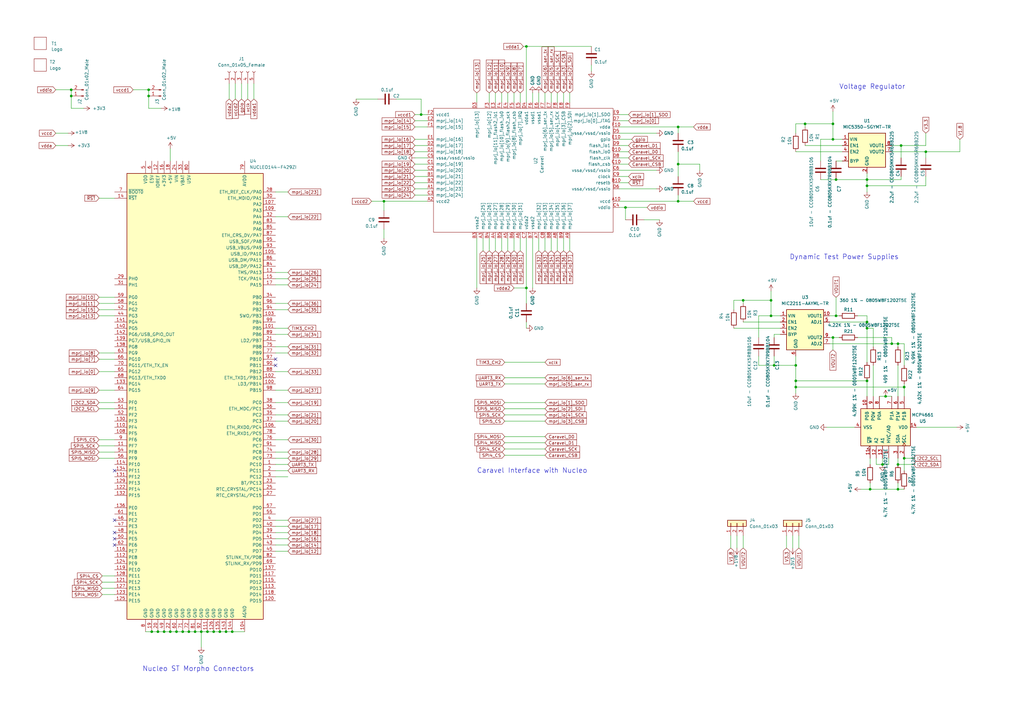
<source format=kicad_sch>
(kicad_sch (version 20211123) (generator eeschema)
  (paper "A3")
  (junction (at 95.25 259.08))
  (junction (at 172.72 46.99))
  (junction (at 355.6 76.2))
  (junction (at 72.39 259.08))
  (junction (at 60.96 39.37))
  (junction (at 368.3 140.97))
  (junction (at 215.9 19.05))
  (junction (at 330.2 50.8))
  (junction (at 64.77 259.08))
  (junction (at 342.9 73.66))
  (junction (at 326.39 156.21))
  (junction (at 355.6 134.62))
  (junction (at 29.21 36.83))
  (junction (at 278.13 52.07))
  (junction (at 370.84 187.96))
  (junction (at 341.63 50.8))
  (junction (at 363.22 162.56))
  (junction (at 317.5 149.86))
  (junction (at 379.73 62.23))
  (junction (at 370.84 158.75))
  (junction (at 77.47 259.08))
  (junction (at 278.13 67.31))
  (junction (at 278.13 82.55))
  (junction (at 355.6 73.66))
  (junction (at 90.17 259.08))
  (junction (at 80.01 259.08))
  (junction (at 326.39 149.86))
  (junction (at 341.63 57.15))
  (junction (at 67.31 259.08))
  (junction (at 256.54 85.09))
  (junction (at 342.9 129.54))
  (junction (at 341.63 138.43))
  (junction (at 29.21 39.37))
  (junction (at 69.85 259.08))
  (junction (at 355.6 132.08))
  (junction (at 316.23 123.19))
  (junction (at 316.23 129.54))
  (junction (at 369.57 59.69))
  (junction (at 361.95 190.5))
  (junction (at 368.3 190.5))
  (junction (at 355.6 156.21))
  (junction (at 304.8 123.19))
  (junction (at 74.93 259.08))
  (junction (at 157.48 82.55))
  (junction (at 215.9 118.11))
  (junction (at 60.96 36.83))
  (junction (at 85.09 259.08))
  (junction (at 326.39 158.75))
  (junction (at 62.23 259.08))
  (junction (at 368.3 200.66))
  (junction (at 87.63 259.08))
  (junction (at 82.55 259.08))
  (junction (at 356.87 200.66))
  (junction (at 92.71 259.08))
  (junction (at 365.76 140.97))
  (no_connect (at 46.99 223.52))
  (no_connect (at 113.03 147.32))
  (no_connect (at 46.99 213.36))
  (no_connect (at 46.99 193.04))
  (no_connect (at 46.99 220.98))
  (no_connect (at 113.03 149.86))
  (no_connect (at 46.99 218.44))
  (wire (pts (xy 41.91 243.84) (xy 46.99 243.84)))
  (wire (pts (xy 257.81 72.39) (xy 254 72.39)))
  (wire (pts (xy 207.01 181.61) (xy 223.52 181.61)))
  (wire (pts (xy 379.73 62.23) (xy 379.73 64.77)))
  (wire (pts (xy 96.52 34.29) (xy 96.52 40.64)))
  (wire (pts (xy 304.8 123.19) (xy 316.23 123.19)))
  (wire (pts (xy 170.18 46.99) (xy 172.72 46.99)))
  (wire (pts (xy 113.03 195.58) (xy 118.11 195.58)))
  (wire (pts (xy 257.81 74.93) (xy 254 74.93)))
  (wire (pts (xy 356.87 198.12) (xy 356.87 200.66)))
  (wire (pts (xy 330.2 50.8) (xy 330.2 52.07)))
  (wire (pts (xy 278.13 82.55) (xy 254 82.55)))
  (wire (pts (xy 368.3 190.5) (xy 374.65 190.5)))
  (wire (pts (xy 355.6 73.66) (xy 355.6 76.2)))
  (wire (pts (xy 257.81 64.77) (xy 254 64.77)))
  (wire (pts (xy 40.64 124.46) (xy 46.99 124.46)))
  (wire (pts (xy 207.01 186.69) (xy 223.52 186.69)))
  (wire (pts (xy 300.99 134.62) (xy 320.04 134.62)))
  (wire (pts (xy 207.01 148.59) (xy 223.52 148.59)))
  (wire (pts (xy 355.6 132.08) (xy 355.6 134.62)))
  (wire (pts (xy 311.15 129.54) (xy 316.23 129.54)))
  (wire (pts (xy 113.03 114.3) (xy 118.11 114.3)))
  (wire (pts (xy 113.03 144.78) (xy 118.11 144.78)))
  (wire (pts (xy 350.52 175.26) (xy 339.09 175.26)))
  (wire (pts (xy 62.23 259.08) (xy 64.77 259.08)))
  (wire (pts (xy 72.39 259.08) (xy 74.93 259.08)))
  (wire (pts (xy 228.6 38.1) (xy 228.6 41.91)))
  (wire (pts (xy 302.26 219.71) (xy 302.26 224.79)))
  (wire (pts (xy 175.26 57.15) (xy 170.18 57.15)))
  (wire (pts (xy 113.03 223.52) (xy 118.11 223.52)))
  (wire (pts (xy 113.03 193.04) (xy 118.11 193.04)))
  (wire (pts (xy 325.12 219.71) (xy 325.12 224.79)))
  (wire (pts (xy 101.6 40.64) (xy 101.6 34.29)))
  (wire (pts (xy 284.48 52.07) (xy 278.13 52.07)))
  (wire (pts (xy 95.25 259.08) (xy 100.33 259.08)))
  (wire (pts (xy 223.52 170.18) (xy 207.01 170.18)))
  (wire (pts (xy 215.9 19.05) (xy 214.63 19.05)))
  (wire (pts (xy 355.6 76.2) (xy 355.6 78.74)))
  (wire (pts (xy 368.3 200.66) (xy 370.84 200.66)))
  (wire (pts (xy 205.74 102.87) (xy 205.74 97.79)))
  (wire (pts (xy 256.54 85.09) (xy 256.54 90.17)))
  (wire (pts (xy 40.64 121.92) (xy 46.99 121.92)))
  (wire (pts (xy 218.44 118.11) (xy 218.44 97.79)))
  (wire (pts (xy 90.17 259.08) (xy 92.71 259.08)))
  (wire (pts (xy 215.9 19.05) (xy 215.9 41.91)))
  (wire (pts (xy 379.73 72.39) (xy 379.73 76.2)))
  (wire (pts (xy 358.14 134.62) (xy 358.14 142.24)))
  (wire (pts (xy 370.84 187.96) (xy 374.65 187.96)))
  (wire (pts (xy 311.15 149.86) (xy 317.5 149.86)))
  (wire (pts (xy 257.81 49.53) (xy 254 49.53)))
  (wire (pts (xy 175.26 59.69) (xy 170.18 59.69)))
  (wire (pts (xy 40.64 185.42) (xy 46.99 185.42)))
  (wire (pts (xy 369.57 59.69) (xy 369.57 64.77)))
  (wire (pts (xy 175.26 67.31) (xy 170.18 67.31)))
  (wire (pts (xy 361.95 190.5) (xy 364.49 190.5)))
  (wire (pts (xy 200.66 102.87) (xy 200.66 97.79)))
  (wire (pts (xy 233.68 41.91) (xy 233.68 38.1)))
  (wire (pts (xy 157.48 82.55) (xy 157.48 86.36)))
  (wire (pts (xy 220.98 102.87) (xy 220.98 97.79)))
  (wire (pts (xy 113.03 127) (xy 118.11 127)))
  (wire (pts (xy 342.9 73.66) (xy 355.6 73.66)))
  (wire (pts (xy 113.03 215.9) (xy 118.11 215.9)))
  (wire (pts (xy 360.68 162.56) (xy 363.22 162.56)))
  (wire (pts (xy 215.9 19.05) (xy 242.57 19.05)))
  (wire (pts (xy 207.01 167.64) (xy 223.52 167.64)))
  (wire (pts (xy 257.81 46.99) (xy 254 46.99)))
  (wire (pts (xy 215.9 118.11) (xy 215.9 97.79)))
  (wire (pts (xy 231.14 102.87) (xy 231.14 97.79)))
  (wire (pts (xy 369.57 59.69) (xy 379.73 59.69)))
  (wire (pts (xy 342.9 129.54) (xy 344.17 129.54)))
  (wire (pts (xy 361.95 187.96) (xy 361.95 190.5)))
  (wire (pts (xy 365.76 138.43) (xy 365.76 140.97)))
  (wire (pts (xy 22.86 54.61) (xy 27.94 54.61)))
  (wire (pts (xy 278.13 67.31) (xy 278.13 72.39)))
  (wire (pts (xy 370.84 187.96) (xy 370.84 193.04)))
  (wire (pts (xy 355.6 129.54) (xy 351.79 129.54)))
  (wire (pts (xy 327.66 219.71) (xy 327.66 224.79)))
  (wire (pts (xy 242.57 29.21) (xy 242.57 26.67)))
  (wire (pts (xy 256.54 85.09) (xy 254 85.09)))
  (wire (pts (xy 231.14 38.1) (xy 231.14 41.91)))
  (wire (pts (xy 80.01 259.08) (xy 82.55 259.08)))
  (wire (pts (xy 299.72 219.71) (xy 299.72 224.79)))
  (wire (pts (xy 304.8 219.71) (xy 304.8 224.79)))
  (wire (pts (xy 326.39 62.23) (xy 345.44 62.23)))
  (wire (pts (xy 341.63 57.15) (xy 345.44 57.15)))
  (wire (pts (xy 355.6 132.08) (xy 340.36 132.08)))
  (wire (pts (xy 175.26 69.85) (xy 170.18 69.85)))
  (wire (pts (xy 355.6 156.21) (xy 355.6 162.56)))
  (wire (pts (xy 40.64 81.28) (xy 46.99 81.28)))
  (wire (pts (xy 336.55 66.04) (xy 336.55 57.15)))
  (wire (pts (xy 326.39 156.21) (xy 355.6 156.21)))
  (wire (pts (xy 175.26 80.01) (xy 170.18 80.01)))
  (wire (pts (xy 215.9 124.46) (xy 215.9 118.11)))
  (wire (pts (xy 113.03 160.02) (xy 118.11 160.02)))
  (wire (pts (xy 113.03 116.84) (xy 118.11 116.84)))
  (wire (pts (xy 330.2 50.8) (xy 341.63 50.8)))
  (wire (pts (xy 113.03 220.98) (xy 118.11 220.98)))
  (wire (pts (xy 358.14 149.86) (xy 358.14 162.56)))
  (wire (pts (xy 210.82 102.87) (xy 210.82 97.79)))
  (wire (pts (xy 322.58 219.71) (xy 322.58 224.79)))
  (wire (pts (xy 175.26 72.39) (xy 170.18 72.39)))
  (wire (pts (xy 113.03 152.4) (xy 118.11 152.4)))
  (wire (pts (xy 92.71 259.08) (xy 95.25 259.08)))
  (wire (pts (xy 304.8 132.08) (xy 320.04 132.08)))
  (wire (pts (xy 113.03 137.16) (xy 118.11 137.16)))
  (wire (pts (xy 29.21 44.45) (xy 34.29 44.45)))
  (wire (pts (xy 41.91 236.22) (xy 46.99 236.22)))
  (wire (pts (xy 269.24 69.85) (xy 254 69.85)))
  (wire (pts (xy 223.52 38.1) (xy 223.52 41.91)))
  (wire (pts (xy 82.55 259.08) (xy 82.55 265.43)))
  (wire (pts (xy 113.03 172.72) (xy 118.11 172.72)))
  (wire (pts (xy 269.24 77.47) (xy 254 77.47)))
  (wire (pts (xy 353.06 200.66) (xy 356.87 200.66)))
  (wire (pts (xy 40.64 165.1) (xy 46.99 165.1)))
  (wire (pts (xy 113.03 124.46) (xy 118.11 124.46)))
  (wire (pts (xy 359.41 190.5) (xy 361.95 190.5)))
  (wire (pts (xy 316.23 129.54) (xy 320.04 129.54)))
  (wire (pts (xy 40.64 129.54) (xy 46.99 129.54)))
  (wire (pts (xy 326.39 156.21) (xy 326.39 158.75)))
  (wire (pts (xy 113.03 165.1) (xy 118.11 165.1)))
  (wire (pts (xy 157.48 93.98) (xy 157.48 97.79)))
  (wire (pts (xy 175.26 49.53) (xy 170.18 49.53)))
  (wire (pts (xy 363.22 162.56) (xy 365.76 162.56)))
  (wire (pts (xy 170.18 52.07) (xy 175.26 52.07)))
  (wire (pts (xy 326.39 50.8) (xy 326.39 54.61)))
  (wire (pts (xy 85.09 259.08) (xy 87.63 259.08)))
  (wire (pts (xy 175.26 62.23) (xy 170.18 62.23)))
  (wire (pts (xy 203.2 102.87) (xy 203.2 97.79)))
  (wire (pts (xy 342.9 66.04) (xy 345.44 66.04)))
  (wire (pts (xy 355.6 134.62) (xy 358.14 134.62)))
  (wire (pts (xy 342.9 121.92) (xy 342.9 129.54)))
  (wire (pts (xy 104.14 40.64) (xy 104.14 34.29)))
  (wire (pts (xy 207.01 157.48) (xy 223.52 157.48)))
  (wire (pts (xy 77.47 259.08) (xy 80.01 259.08)))
  (wire (pts (xy 170.18 64.77) (xy 175.26 64.77)))
  (wire (pts (xy 74.93 259.08) (xy 77.47 259.08)))
  (wire (pts (xy 317.5 137.16) (xy 320.04 137.16)))
  (wire (pts (xy 210.82 38.1) (xy 210.82 41.91)))
  (wire (pts (xy 316.23 123.19) (xy 316.23 129.54)))
  (wire (pts (xy 278.13 62.23) (xy 278.13 67.31)))
  (wire (pts (xy 341.63 138.43) (xy 344.17 138.43)))
  (wire (pts (xy 113.03 134.62) (xy 118.11 134.62)))
  (wire (pts (xy 157.48 82.55) (xy 152.4 82.55)))
  (wire (pts (xy 326.39 158.75) (xy 370.84 158.75)))
  (wire (pts (xy 257.81 62.23) (xy 254 62.23)))
  (wire (pts (xy 113.03 170.18) (xy 118.11 170.18)))
  (wire (pts (xy 64.77 259.08) (xy 67.31 259.08)))
  (wire (pts (xy 113.03 213.36) (xy 118.11 213.36)))
  (wire (pts (xy 146.05 40.64) (xy 154.94 40.64)))
  (wire (pts (xy 113.03 190.5) (xy 118.11 190.5)))
  (wire (pts (xy 269.24 54.61) (xy 254 54.61)))
  (wire (pts (xy 316.23 123.19) (xy 316.23 119.38)))
  (wire (pts (xy 311.15 146.05) (xy 311.15 149.86)))
  (wire (pts (xy 54.61 36.83) (xy 60.96 36.83)))
  (wire (pts (xy 336.55 73.66) (xy 342.9 73.66)))
  (wire (pts (xy 300.99 123.19) (xy 304.8 123.19)))
  (wire (pts (xy 257.81 67.31) (xy 254 67.31)))
  (wire (pts (xy 341.63 50.8) (xy 341.63 45.72)))
  (wire (pts (xy 93.98 34.29) (xy 93.98 40.64)))
  (wire (pts (xy 368.3 149.86) (xy 368.3 162.56)))
  (wire (pts (xy 278.13 67.31) (xy 287.02 67.31)))
  (wire (pts (xy 340.36 129.54) (xy 342.9 129.54)))
  (wire (pts (xy 113.03 78.74) (xy 118.11 78.74)))
  (wire (pts (xy 207.01 179.07) (xy 223.52 179.07)))
  (wire (pts (xy 207.01 165.1) (xy 223.52 165.1)))
  (wire (pts (xy 355.6 134.62) (xy 355.6 148.59)))
  (wire (pts (xy 254 52.07) (xy 278.13 52.07)))
  (wire (pts (xy 220.98 38.1) (xy 220.98 41.91)))
  (wire (pts (xy 317.5 149.86) (xy 326.39 149.86)))
  (wire (pts (xy 172.72 40.64) (xy 162.56 40.64)))
  (wire (pts (xy 356.87 187.96) (xy 356.87 190.5)))
  (wire (pts (xy 340.36 140.97) (xy 365.76 140.97)))
  (wire (pts (xy 40.64 187.96) (xy 46.99 187.96)))
  (wire (pts (xy 157.48 82.55) (xy 175.26 82.55)))
  (wire (pts (xy 270.51 90.17) (xy 264.16 90.17)))
  (wire (pts (xy 330.2 59.69) (xy 345.44 59.69)))
  (wire (pts (xy 213.36 38.1) (xy 213.36 41.91)))
  (wire (pts (xy 203.2 38.1) (xy 203.2 41.91)))
  (wire (pts (xy 341.63 50.8) (xy 341.63 57.15)))
  (wire (pts (xy 304.8 123.19) (xy 304.8 124.46)))
  (wire (pts (xy 359.41 187.96) (xy 359.41 190.5)))
  (wire (pts (xy 326.39 149.86) (xy 326.39 146.05)))
  (wire (pts (xy 226.06 102.87) (xy 226.06 97.79)))
  (wire (pts (xy 67.31 259.08) (xy 69.85 259.08)))
  (wire (pts (xy 40.64 180.34) (xy 46.99 180.34)))
  (wire (pts (xy 223.52 102.87) (xy 223.52 97.79)))
  (wire (pts (xy 40.64 127) (xy 46.99 127)))
  (wire (pts (xy 113.03 218.44) (xy 118.11 218.44)))
  (wire (pts (xy 172.72 46.99) (xy 172.72 40.64)))
  (wire (pts (xy 208.28 102.87) (xy 208.28 97.79)))
  (wire (pts (xy 40.64 182.88) (xy 46.99 182.88)))
  (wire (pts (xy 208.28 38.1) (xy 208.28 41.91)))
  (wire (pts (xy 365.76 62.23) (xy 379.73 62.23)))
  (wire (pts (xy 172.72 46.99) (xy 175.26 46.99)))
  (wire (pts (xy 22.86 59.69) (xy 27.94 59.69)))
  (wire (pts (xy 375.92 175.26) (xy 392.43 175.26)))
  (wire (pts (xy 365.76 59.69) (xy 369.57 59.69)))
  (wire (pts (xy 41.91 241.3) (xy 46.99 241.3)))
  (wire (pts (xy 205.74 38.1) (xy 205.74 41.91)))
  (wire (pts (xy 364.49 187.96) (xy 364.49 190.5)))
  (wire (pts (xy 370.84 158.75) (xy 370.84 162.56)))
  (wire (pts (xy 355.6 71.12) (xy 355.6 73.66)))
  (wire (pts (xy 287.02 67.31) (xy 287.02 69.85)))
  (wire (pts (xy 40.64 144.78) (xy 46.99 144.78)))
  (wire (pts (xy 40.64 160.02) (xy 46.99 160.02)))
  (wire (pts (xy 113.03 187.96) (xy 118.11 187.96)))
  (wire (pts (xy 379.73 76.2) (xy 355.6 76.2)))
  (wire (pts (xy 284.48 82.55) (xy 278.13 82.55)))
  (wire (pts (xy 60.96 39.37) (xy 60.96 44.45)))
  (wire (pts (xy 60.96 36.83) (xy 60.96 39.37)))
  (wire (pts (xy 356.87 200.66) (xy 368.3 200.66)))
  (wire (pts (xy 175.26 74.93) (xy 170.18 74.93)))
  (wire (pts (xy 379.73 62.23) (xy 393.7 62.23)))
  (wire (pts (xy 29.21 39.37) (xy 29.21 44.45)))
  (wire (pts (xy 369.57 73.66) (xy 355.6 73.66)))
  (wire (pts (xy 195.58 118.11) (xy 195.58 97.79)))
  (wire (pts (xy 370.84 149.86) (xy 370.84 140.97)))
  (wire (pts (xy 336.55 57.15) (xy 341.63 57.15)))
  (wire (pts (xy 59.69 259.08) (xy 62.23 259.08)))
  (wire (pts (xy 99.06 40.64) (xy 99.06 34.29)))
  (wire (pts (xy 326.39 158.75) (xy 326.39 161.29)))
  (wire (pts (xy 341.63 138.43) (xy 341.63 143.51)))
  (wire (pts (xy 257.81 59.69) (xy 254 59.69)))
  (wire (pts (xy 233.68 102.87) (xy 233.68 97.79)))
  (wire (pts (xy 175.26 77.47) (xy 170.18 77.47)))
  (wire (pts (xy 22.86 36.83) (xy 29.21 36.83)))
  (wire (pts (xy 355.6 129.54) (xy 355.6 132.08)))
  (wire (pts (xy 311.15 138.43) (xy 311.15 129.54)))
  (wire (pts (xy 113.03 142.24) (xy 118.11 142.24)))
  (wire (pts (xy 317.5 146.05) (xy 317.5 149.86)))
  (wire (pts (xy 69.85 66.04) (xy 69.85 60.96)))
  (wire (pts (xy 215.9 118.11) (xy 210.82 118.11)))
  (wire (pts (xy 256.54 85.09) (xy 265.43 85.09)))
  (wire (pts (xy 370.84 157.48) (xy 370.84 158.75)))
  (wire (pts (xy 87.63 259.08) (xy 90.17 259.08)))
  (wire (pts (xy 69.85 259.08) (xy 72.39 259.08)))
  (wire (pts (xy 215.9 132.08) (xy 215.9 134.62)))
  (wire (pts (xy 226.06 38.1) (xy 226.06 41.91)))
  (wire (pts (xy 300.99 123.19) (xy 300.99 127)))
  (wire (pts (xy 195.58 38.1) (xy 195.58 41.91)))
  (wire (pts (xy 326.39 149.86) (xy 326.39 156.21)))
  (wire (pts (xy 218.44 41.91) (xy 218.44 38.1)))
  (wire (pts (xy 41.91 238.76) (xy 46.99 238.76)))
  (wire (pts (xy 60.96 44.45) (xy 66.04 44.45)))
  (wire (pts (xy 113.03 185.42) (xy 118.11 185.42)))
  (wire (pts (xy 259.08 57.15) (xy 254 57.15)))
  (wire (pts (xy 379.73 54.61) (xy 379.73 59.69)))
  (wire (pts (xy 368.3 187.96) (xy 368.3 190.5)))
  (wire (pts (xy 29.21 36.83) (xy 29.21 39.37)))
  (wire (pts (xy 40.64 152.4) (xy 46.99 152.4)))
  (wire (pts (xy 368.3 198.12) (xy 368.3 200.66)))
  (wire (pts (xy 113.03 226.06) (xy 118.11 226.06)))
  (wire (pts (xy 82.55 259.08) (xy 85.09 259.08)))
  (wire (pts (xy 228.6 102.87) (xy 228.6 97.79)))
  (wire (pts (xy 213.36 102.87) (xy 213.36 97.79)))
  (wire (pts (xy 351.79 138.43) (xy 365.76 138.43)))
  (wire (pts (xy 113.03 88.9) (xy 118.11 88.9)))
  (wire (pts (xy 393.7 57.15) (xy 393.7 62.23)))
  (wire (pts (xy 368.3 140.97) (xy 368.3 142.24)))
  (wire (pts (xy 340.36 138.43) (xy 341.63 138.43)))
  (wire (pts (xy 200.66 38.1) (xy 200.66 41.91)))
  (wire (pts (xy 207.01 172.72) (xy 223.52 172.72)))
  (wire (pts (xy 113.03 180.34) (xy 118.11 180.34)))
  (wire (pts (xy 326.39 50.8) (xy 330.2 50.8)))
  (wire (pts (xy 223.52 184.15) (xy 207.01 184.15)))
  (wire (pts (xy 317.5 137.16) (xy 317.5 138.43)))
  (wire (pts (xy 198.12 102.87) (xy 198.12 97.79)))
  (wire (pts (xy 278.13 52.07) (xy 278.13 54.61)))
  (wire (pts (xy 368.3 140.97) (xy 370.84 140.97)))
  (wire (pts (xy 365.76 140.97) (xy 368.3 140.97)))
  (wire (pts (xy 369.57 72.39) (xy 369.57 73.66)))
  (wire (pts (xy 40.64 167.64) (xy 46.99 167.64)))
  (wire (pts (xy 278.13 80.01) (xy 278.13 82.55)))
  (wire (pts (xy 40.64 147.32) (xy 46.99 147.32)))
  (wire (pts (xy 207.01 154.94) (xy 223.52 154.94)))
  (wire (pts (xy 113.03 111.76) (xy 118.11 111.76)))
  (text "Caravel Interface with Nucleo" (at 195.58 194.31 0) (effects (font (size 2 2)) (justify left bottom)))
  (text "Dynamic Test Power Supplies" (at 323.85 106.68 0) (effects (font (size 2 2)) (justify left bottom)))
  (text "Voltage Regulator" (at 344.17 36.83 0) (effects (font (size 2 2)) (justify left bottom)))
  (text "Nucleo ST Morpho Connectors" (at 58.42 275.59 0) (effects (font (size 2 2)) (justify left bottom)))
  (global_label "mprj_io[30]" (shape input) (at 210.82 102.87 270) (property "Intersheet References" "${INTERSHEET_REFS}" (effects hide)))
  (global_label "mprj_io[5]_ser_rx" (shape input) (at 226.06 38.1 90) (property "Intersheet References" "${INTERSHEET_REFS}" (effects hide)))
  (global_label "vddio" (shape input) (at 22.86 36.83 180) (property "Intersheet References" "${INTERSHEET_REFS}" (effects hide)))
  (global_label "mprj_io[37]" (shape input) (at 118.11 160.02 0) (property "Intersheet References" "${INTERSHEET_REFS}" (effects hide)))
  (global_label "mprj_io[4]_SCK" (shape input) (at 228.6 38.1 90) (property "Intersheet References" "${INTERSHEET_REFS}" (effects hide)))
  (global_label "vccd" (shape input) (at 284.48 82.55 0) (property "Intersheet References" "${INTERSHEET_REFS}" (effects hide)))
  (global_label "SPI4_SCK" (shape input) (at 207.01 184.15 180) (property "Intersheet References" "${INTERSHEET_REFS}" (effects hide)))
  (global_label "mprj_io[14]" (shape input) (at 118.11 223.52 0) (property "Intersheet References" "${INTERSHEET_REFS}" (effects hide)))
  (global_label "mprj_io[6]_ser_tx" (shape input) (at 223.52 38.1 90) (property "Intersheet References" "${INTERSHEET_REFS}" (effects hide)))
  (global_label "mprj_io[23]" (shape input) (at 118.11 78.74 0) (property "Intersheet References" "${INTERSHEET_REFS}" (effects hide)))
  (global_label "vdda1" (shape input) (at 104.14 40.64 270) (property "Intersheet References" "${INTERSHEET_REFS}" (effects hide)))
  (global_label "I2C2_SCL" (shape input) (at 40.64 167.64 180) (property "Intersheet References" "${INTERSHEET_REFS}" (effects hide)))
  (global_label "SPI4_MISO" (shape input) (at 207.01 181.61 180) (property "Intersheet References" "${INTERSHEET_REFS}" (effects hide)))
  (global_label "mprj_io[14]" (shape input) (at 170.18 49.53 180) (property "Intersheet References" "${INTERSHEET_REFS}" (effects hide)))
  (global_label "vddio" (shape input) (at 265.43 85.09 0) (property "Intersheet References" "${INTERSHEET_REFS}" (effects hide)))
  (global_label "SPI4_SCK" (shape input) (at 41.91 238.76 180) (property "Intersheet References" "${INTERSHEET_REFS}" (effects hide)))
  (global_label "mprj_io[24]" (shape input) (at 118.11 116.84 0) (property "Intersheet References" "${INTERSHEET_REFS}" (effects hide)))
  (global_label "mprj_io[9]" (shape input) (at 208.28 38.1 90) (property "Intersheet References" "${INTERSHEET_REFS}" (effects hide)))
  (global_label "gpio" (shape input) (at 99.06 40.64 270) (property "Intersheet References" "${INTERSHEET_REFS}" (effects hide)))
  (global_label "mprj_io[0]" (shape input) (at 257.81 49.53 0) (property "Intersheet References" "${INTERSHEET_REFS}" (effects hide)))
  (global_label "mprj_io[1]_SDO" (shape input) (at 257.81 46.99 0) (property "Intersheet References" "${INTERSHEET_REFS}" (effects hide)))
  (global_label "mprj_io[32]" (shape input) (at 118.11 144.78 0) (property "Intersheet References" "${INTERSHEET_REFS}" (effects hide)))
  (global_label "mprj_io[8]" (shape input) (at 40.64 144.78 180) (property "Intersheet References" "${INTERSHEET_REFS}" (effects hide)))
  (global_label "SPI5_MOSI" (shape input) (at 40.64 187.96 180) (property "Intersheet References" "${INTERSHEET_REFS}" (effects hide)))
  (global_label "mprj_io[22]" (shape input) (at 118.11 88.9 0) (property "Intersheet References" "${INTERSHEET_REFS}" (effects hide)))
  (global_label "V1.8" (shape input) (at 393.7 57.15 90) (property "Intersheet References" "${INTERSHEET_REFS}" (effects hide)))
  (global_label "mprj_io[3]_CSB" (shape input) (at 223.52 172.72 0) (property "Intersheet References" "${INTERSHEET_REFS}" (effects hide)))
  (global_label "mprj_io[7]" (shape input) (at 40.64 147.32 180) (property "Intersheet References" "${INTERSHEET_REFS}" (effects hide)))
  (global_label "vccd" (shape input) (at 22.86 54.61 180) (property "Intersheet References" "${INTERSHEET_REFS}" (effects hide)))
  (global_label "mprj_io[29]" (shape input) (at 118.11 187.96 0) (property "Intersheet References" "${INTERSHEET_REFS}" (effects hide)))
  (global_label "Caravel_D1" (shape input) (at 223.52 181.61 0) (property "Intersheet References" "${INTERSHEET_REFS}" (effects hide)))
  (global_label "mprj_io[22]" (shape input) (at 170.18 74.93 180) (property "Intersheet References" "${INTERSHEET_REFS}" (effects hide)))
  (global_label "mprj_io[16]" (shape input) (at 118.11 220.98 0) (property "Intersheet References" "${INTERSHEET_REFS}" (effects hide)))
  (global_label "mprj_io[0]" (shape input) (at 40.64 152.4 180) (property "Intersheet References" "${INTERSHEET_REFS}" (effects hide)))
  (global_label "mprj_io[29]" (shape input) (at 208.28 102.87 270) (property "Intersheet References" "${INTERSHEET_REFS}" (effects hide)))
  (global_label "mprj_io[9]" (shape input) (at 40.64 160.02 180) (property "Intersheet References" "${INTERSHEET_REFS}" (effects hide)))
  (global_label "mprj_io[13]" (shape input) (at 40.64 129.54 180) (property "Intersheet References" "${INTERSHEET_REFS}" (effects hide)))
  (global_label "mprj_io[10]" (shape input) (at 40.64 121.92 180) (property "Intersheet References" "${INTERSHEET_REFS}" (effects hide)))
  (global_label "mprj_io[27]" (shape input) (at 203.2 102.87 270) (property "Intersheet References" "${INTERSHEET_REFS}" (effects hide)))
  (global_label "vdda" (shape input) (at 284.48 52.07 0) (property "Intersheet References" "${INTERSHEET_REFS}" (effects hide)))
  (global_label "mprj_io[36]" (shape input) (at 231.14 102.87 270) (property "Intersheet References" "${INTERSHEET_REFS}" (effects hide)))
  (global_label "SPI4_CS" (shape input) (at 207.01 186.69 180) (property "Intersheet References" "${INTERSHEET_REFS}" (effects hide)))
  (global_label "vccd2" (shape input) (at 96.52 40.64 270) (property "Intersheet References" "${INTERSHEET_REFS}" (effects hide)))
  (global_label "SPI4_MOSI" (shape input) (at 41.91 243.84 180) (property "Intersheet References" "${INTERSHEET_REFS}" (effects hide)))
  (global_label "mprj_io[12]" (shape input) (at 200.66 38.1 90) (property "Intersheet References" "${INTERSHEET_REFS}" (effects hide)))
  (global_label "Caravel_CSB" (shape input) (at 223.52 186.69 0) (property "Intersheet References" "${INTERSHEET_REFS}" (effects hide)))
  (global_label "vdda" (shape input) (at 22.86 59.69 180) (property "Intersheet References" "${INTERSHEET_REFS}" (effects hide)))
  (global_label "V3.3" (shape input) (at 379.73 54.61 90) (property "Intersheet References" "${INTERSHEET_REFS}" (effects hide)))
  (global_label "vccd1" (shape input) (at 54.61 36.83 180) (property "Intersheet References" "${INTERSHEET_REFS}" (effects hide)))
  (global_label "mprj_io[21]" (shape input) (at 170.18 72.39 180) (property "Intersheet References" "${INTERSHEET_REFS}" (effects hide)))
  (global_label "mprj_io[24]" (shape input) (at 170.18 80.01 180) (property "Intersheet References" "${INTERSHEET_REFS}" (effects hide)))
  (global_label "mprj_io[11]" (shape input) (at 40.64 124.46 180) (property "Intersheet References" "${INTERSHEET_REFS}" (effects hide)))
  (global_label "mprj_io[6]_ser_tx" (shape input) (at 223.52 154.94 0) (property "Intersheet References" "${INTERSHEET_REFS}" (effects hide)))
  (global_label "mprj_io[5]_ser_rx" (shape input) (at 223.52 157.48 0) (property "Intersheet References" "${INTERSHEET_REFS}" (effects hide)))
  (global_label "vdda1" (shape input) (at 214.63 19.05 180) (property "Intersheet References" "${INTERSHEET_REFS}" (effects hide)))
  (global_label "~{RST}" (shape input) (at 40.64 81.28 180) (property "Intersheet References" "${INTERSHEET_REFS}" (effects hide)))
  (global_label "V3.3" (shape input) (at 322.58 224.79 270) (property "Intersheet References" "${INTERSHEET_REFS}" (effects hide)))
  (global_label "mprj_io[31]" (shape input) (at 118.11 142.24 0) (property "Intersheet References" "${INTERSHEET_REFS}" (effects hide)))
  (global_label "gpio" (shape input) (at 259.08 57.15 0) (property "Intersheet References" "${INTERSHEET_REFS}" (effects hide)))
  (global_label "VOUT1" (shape input) (at 342.9 121.92 90) (property "Intersheet References" "${INTERSHEET_REFS}" (effects hide)))
  (global_label "mprj_io[26]" (shape input) (at 118.11 111.76 0) (property "Intersheet References" "${INTERSHEET_REFS}" (effects hide)))
  (global_label "SPI5_CS" (shape input) (at 207.01 172.72 180) (property "Intersheet References" "${INTERSHEET_REFS}" (effects hide)))
  (global_label "mprj_io[11]" (shape input) (at 203.2 38.1 90) (property "Intersheet References" "${INTERSHEET_REFS}" (effects hide)))
  (global_label "TIM3_CH2" (shape input) (at 118.11 134.62 0) (property "Intersheet References" "${INTERSHEET_REFS}" (effects hide)))
  (global_label "UART3_RX" (shape input) (at 207.01 154.94 180) (property "Intersheet References" "${INTERSHEET_REFS}" (effects hide)))
  (global_label "mprj_io[10]" (shape input) (at 205.74 38.1 90) (property "Intersheet References" "${INTERSHEET_REFS}" (effects hide)))
  (global_label "Caravel_SCK" (shape input) (at 223.52 184.15 0) (property "Intersheet References" "${INTERSHEET_REFS}" (effects hide)))
  (global_label "SPI5_CS" (shape input) (at 40.64 180.34 180) (property "Intersheet References" "${INTERSHEET_REFS}" (effects hide)))
  (global_label "mprj_io[28]" (shape input) (at 118.11 185.42 0) (property "Intersheet References" "${INTERSHEET_REFS}" (effects hide)))
  (global_label "Caravel_D0" (shape input) (at 223.52 179.07 0) (property "Intersheet References" "${INTERSHEET_REFS}" (effects hide)))
  (global_label "V1.8" (shape input) (at 299.72 224.79 270) (property "Intersheet References" "${INTERSHEET_REFS}" (effects hide)))
  (global_label "mprj_io[31]" (shape input) (at 213.36 102.87 270) (property "Intersheet References" "${INTERSHEET_REFS}" (effects hide)))
  (global_label "SPI5_MOSI" (shape input) (at 207.01 165.1 180) (property "Intersheet References" "${INTERSHEET_REFS}" (effects hide)))
  (global_label "mprj_io[2]_SDI" (shape input) (at 233.68 38.1 90) (property "Intersheet References" "${INTERSHEET_REFS}" (effects hide)))
  (global_label "mprj_io[4]_SCK" (shape input) (at 223.52 170.18 0) (property "Intersheet References" "${INTERSHEET_REFS}" (effects hide)))
  (global_label "UART3_TX" (shape input) (at 207.01 157.48 180) (property "Intersheet References" "${INTERSHEET_REFS}" (effects hide)))
  (global_label "mprj_io[27]" (shape input) (at 118.11 213.36 0) (property "Intersheet References" "${INTERSHEET_REFS}" (effects hide)))
  (global_label "VOUT2" (shape input) (at 341.63 143.51 270) (property "Intersheet References" "${INTERSHEET_REFS}" (effects hide)))
  (global_label "mprj_io[25]" (shape input) (at 198.12 102.87 270) (property "Intersheet References" "${INTERSHEET_REFS}" (effects hide)))
  (global_label "SPI4_MOSI" (shape input) (at 207.01 179.07 180) (property "Intersheet References" "${INTERSHEET_REFS}" (effects hide)))
  (global_label "mprj_io[37]" (shape input) (at 233.68 102.87 270) (property "Intersheet References" "${INTERSHEET_REFS}" (effects hide)))
  (global_label "mprj_io[7]" (shape input) (at 213.36 38.1 90) (property "Intersheet References" "${INTERSHEET_REFS}" (effects hide)))
  (global_label "mprj_io[26]" (shape input) (at 200.66 102.87 270) (property "Intersheet References" "${INTERSHEET_REFS}" (effects hide)))
  (global_label "mprj_io[28]" (shape input) (at 205.74 102.87 270) (property "Intersheet References" "${INTERSHEET_REFS}" (effects hide)))
  (global_label "mprj_io[36]" (shape input) (at 118.11 124.46 0) (property "Intersheet References" "${INTERSHEET_REFS}" (effects hide)))
  (global_label "mprj_io[17]" (shape input) (at 170.18 59.69 180) (property "Intersheet References" "${INTERSHEET_REFS}" (effects hide)))
  (global_label "mprj_io[17]" (shape input) (at 118.11 215.9 0) (property "Intersheet References" "${INTERSHEET_REFS}" (effects hide)))
  (global_label "Caravel_SCK" (shape input) (at 257.81 64.77 0) (property "Intersheet References" "${INTERSHEET_REFS}" (effects hide)))
  (global_label "mprj_io[15]" (shape input) (at 170.18 52.07 180) (property "Intersheet References" "${INTERSHEET_REFS}" (effects hide)))
  (global_label "mprj_io[1]_SDO" (shape input) (at 223.52 165.1 0) (property "Intersheet References" "${INTERSHEET_REFS}" (effects hide)))
  (global_label "SPI5_SCK" (shape input) (at 40.64 182.88 180) (property "Intersheet References" "${INTERSHEET_REFS}" (effects hide)))
  (global_label "mprj_io[34]" (shape input) (at 118.11 137.16 0) (property "Intersheet References" "${INTERSHEET_REFS}" (effects hide)))
  (global_label "Caravel_D0" (shape input) (at 257.81 62.23 0) (property "Intersheet References" "${INTERSHEET_REFS}" (effects hide)))
  (global_label "xclk" (shape input) (at 101.6 40.64 270) (property "Intersheet References" "${INTERSHEET_REFS}" (effects hide)))
  (global_label "mprj_io[33]" (shape input) (at 118.11 152.4 0) (property "Intersheet References" "${INTERSHEET_REFS}" (effects hide)))
  (global_label "mprj_io[12]" (shape input) (at 118.11 226.06 0) (property "Intersheet References" "${INTERSHEET_REFS}" (effects hide)))
  (global_label "mprj_io[33]" (shape input) (at 223.52 102.87 270) (property "Intersheet References" "${INTERSHEET_REFS}" (effects hide)))
  (global_label "I2C2_SDA" (shape input) (at 374.65 190.5 0) (property "Intersheet References" "${INTERSHEET_REFS}" (effects hide)))
  (global_label "mprj_io[20]" (shape input) (at 170.18 69.85 180) (property "Intersheet References" "${INTERSHEET_REFS}" (effects hide)))
  (global_label "vccd1" (shape input) (at 170.18 46.99 180) (property "Intersheet References" "${INTERSHEET_REFS}" (effects hide)))
  (global_label "SPI5_MISO" (shape input) (at 40.64 185.42 180) (property "Intersheet References" "${INTERSHEET_REFS}" (effects hide)))
  (global_label "mprj_io[20]" (shape input) (at 118.11 172.72 0) (property "Intersheet References" "${INTERSHEET_REFS}" (effects hide)))
  (global_label "mprj_io[15]" (shape input) (at 40.64 127 180) (property "Intersheet References" "${INTERSHEET_REFS}" (effects hide)))
  (global_label "mprj_io[19]" (shape input) (at 118.11 165.1 0) (property "Intersheet References" "${INTERSHEET_REFS}" (effects hide)))
  (global_label "mprj_io[30]" (shape input) (at 118.11 180.34 0) (property "Intersheet References" "${INTERSHEET_REFS}" (effects hide)))
  (global_label "SPI4_CS" (shape input) (at 41.91 236.22 180) (property "Intersheet References" "${INTERSHEET_REFS}" (effects hide)))
  (global_label "mprj_io[25]" (shape input) (at 118.11 114.3 0) (property "Intersheet References" "${INTERSHEET_REFS}" (effects hide)))
  (global_label "Caravel_D1" (shape input) (at 257.81 59.69 0) (property "Intersheet References" "${INTERSHEET_REFS}" (effects hide)))
  (global_label "mprj_io[34]" (shape input) (at 226.06 102.87 270) (property "Intersheet References" "${INTERSHEET_REFS}" (effects hide)))
  (global_label "mprj_io[32]" (shape input) (at 220.98 102.87 270) (property "Intersheet References" "${INTERSHEET_REFS}" (effects hide)))
  (global_label "I2C2_SDA" (shape input) (at 40.64 165.1 180) (property "Intersheet References" "${INTERSHEET_REFS}" (effects hide)))
  (global_label "I2C2_SCL" (shape input) (at 374.65 187.96 0) (property "Intersheet References" "${INTERSHEET_REFS}" (effects hide)))
  (global_label "vccd2" (shape input) (at 152.4 82.55 180) (property "Intersheet References" "${INTERSHEET_REFS}" (effects hide)))
  (global_label "vdda2" (shape input) (at 93.98 40.64 270) (property "Intersheet References" "${INTERSHEET_REFS}" (effects hide)))
  (global_label "mprj_io[16]" (shape input) (at 170.18 57.15 180) (property "Intersheet References" "${INTERSHEET_REFS}" (effects hide)))
  (global_label "vdda2" (shape input) (at 210.82 118.11 180) (property "Intersheet References" "${INTERSHEET_REFS}" (effects hide)))
  (global_label "mprj_io[18]" (shape input) (at 170.18 62.23 180) (property "Intersheet References" "${INTERSHEET_REFS}" (effects hide)))
  (global_label "mprj_io[35]" (shape input) (at 118.11 127 0) (property "Intersheet References" "${INTERSHEET_REFS}" (effects hide)))
  (global_label "xclk" (shape input) (at 257.81 72.39 0) (property "Intersheet References" "${INTERSHEET_REFS}" (effects hide)))
  (global_label "mprj_io[2]_SDI" (shape input) (at 223.52 167.64 0) (property "Intersheet References" "${INTERSHEET_REFS}" (effects hide)))
  (global_label "mprj_io[35]" (shape input) (at 228.6 102.87 270) (property "Intersheet References" "${INTERSHEET_REFS}" (effects hide)))
  (global_label "mprj_io[3]_CSB" (shape input) (at 231.14 38.1 90) (property "Intersheet References" "${INTERSHEET_REFS}" (effects hide)))
  (global_label "mprj_io[8]" (shape input) (at 210.82 38.1 90) (property "Intersheet References" "${INTERSHEET_REFS}" (effects hide)))
  (global_label "VOUT2" (shape input) (at 304.8 224.79 270) (property "Intersheet References" "${INTERSHEET_REFS}" (effects hide)))
  (global_label "SPI5_SCK" (shape input) (at 207.01 170.18 180) (property "Intersheet References" "${INTERSHEET_REFS}" (effects hide)))
  (global_label "~{RST}" (shape input) (at 257.81 74.93 0) (property "Intersheet References" "${INTERSHEET_REFS}" (effects hide)))
  (global_label "TIM3_CH2" (shape input) (at 207.01 148.59 180) (property "Intersheet References" "${INTERSHEET_REFS}" (effects hide)))
  (global_label "mprj_io[21]" (shape input) (at 118.11 170.18 0) (property "Intersheet References" "${INTERSHEET_REFS}" (effects hide)))
  (global_label "mprj_io[23]" (shape input) (at 170.18 77.47 180) (property "Intersheet References" "${INTERSHEET_REFS}" (effects hide)))
  (global_label "UART3_RX" (shape input) (at 118.11 193.04 0) (property "Intersheet References" "${INTERSHEET_REFS}" (effects hide)))
  (global_label "SPI5_MISO" (shape input) (at 207.01 167.64 180) (property "Intersheet References" "${INTERSHEET_REFS}" (effects hide)))
  (global_label "mprj_io[19]" (shape input) (at 170.18 67.31 180) (property "Intersheet References" "${INTERSHEET_REFS}" (effects hide)))
  (global_label "mprj_io[13]" (shape input) (at 195.58 38.1 90) (property "Intersheet References" "${INTERSHEET_REFS}" (effects hide)))
  (global_label "xclk" (shape input) (at 223.52 148.59 0) (property "Intersheet References" "${INTERSHEET_REFS}" (effects hide)))
  (global_label "VOUT1" (shape input) (at 327.66 224.79 270) (property "Intersheet References" "${INTERSHEET_REFS}" (effects hide)))
  (global_label "mprj_io[18]" (shape input) (at 118.11 218.44 0) (property "Intersheet References" "${INTERSHEET_REFS}" (effects hide)))
  (global_label "UART3_TX" (shape input) (at 118.11 190.5 0) (property "Intersheet References" "${INTERSHEET_REFS}" (effects hide)))
  (global_label "Caravel_CSB" (shape input) (at 257.81 67.31 0) (property "Intersheet References" "${INTERSHEET_REFS}" (effects hide)))
  (global_label "SPI4_MISO" (shape input) (at 41.91 241.3 180) (property "Intersheet References" "${INTERSHEET_REFS}" (effects hide)))
  (symbol (lib_id "Device:C") (at 278.13 76.2 0) (unit 1)
    (property "Reference" "C8" (at 283.21 76.2 0))
    (property "Value" "0.1uf" (at 281.94 78.74 0))
    (property "Footprint" "Capacitor_SMD:C_0603_1608Metric" (effects hide))
  )
  (symbol (lib_id "power:GND") (at 170.18 64.77 270) (unit 1)
    (property "Reference" "#PWR0101" (effects hide))
    (property "Value" "GND" (at 165.1 64.77 90))
  )
  (symbol (lib_id "power:GND") (at 218.44 118.11 0) (unit 1)
    (property "Reference" "#PWR0121" (effects hide))
    (property "Value" "GND" (at 218.44 123.19 90))
  )
  (symbol (lib_id "power:+5V") (at 363.22 162.56 0) (unit 1)
    (property "Reference" "#PWR0119" (effects hide))
    (property "Value" "+5V" (at 365.76 160.02 0))
  )
  (symbol (lib_id "Caravel_board:Logo") (at 16.51 17.78 0) (unit 1)
    (property "Reference" "T1" (at 21.0312 17.8816 0) (effects (justify left)))
    (property "Value" "Logo" (at 21.0312 20.193 0) (effects (justify left)))
    (property "Footprint" "Caravel_Board:logo" (effects hide))
  )
  (symbol (lib_id "power:GND") (at 339.09 175.26 270) (unit 1)
    (property "Reference" "#PWR0113" (effects hide))
    (property "Value" "GND" (at 334.01 175.26 90))
  )
  (symbol (lib_id "Device:R") (at 300.99 130.81 180) (unit 1)
    (property "Reference" "R4" (at 295.91 128.27 90) (effects (justify left)))
    (property "Value" "10k" (at 298.45 128.27 90) (effects (justify left)))
    (property "Footprint" "Resistor_SMD:R_0805_2012Metric" (effects hide))
  )
  (symbol (lib_id "Caravel_board:MIC5350-SGYMT-TR") (at 355.6 59.69 0) (unit 1)
    (property "Reference" "U1" (at 355.6 49.53 0))
    (property "Value" "MIC5350-SGYMT-TR" (at 355.6 52.07 0))
    (property "Footprint" "Package_DFN_QFN:DFN-8-1EP_2x2mm_P0.5mm_EP0.6x1.2mm" (effects hide))
    (property "Datasheet" "https://ww1.microchip.com/downloads/en/DeviceDoc/mic5350.pdf" (effects hide))
  )
  (symbol (lib_id "power:GND") (at 287.02 69.85 0) (unit 1)
    (property "Reference" "#PWR0131" (effects hide))
    (property "Value" "GND" (at 287.02 74.93 90))
  )
  (symbol (lib_id "Device:C") (at 260.35 90.17 270) (unit 1)
    (property "Reference" "C10" (at 260.35 93.98 90))
    (property "Value" "0.1uf" (at 260.35 96.52 90))
    (property "Footprint" "Capacitor_SMD:C_0603_1608Metric" (effects hide))
  )
  (symbol (lib_id "power:GND") (at 146.05 40.64 0) (unit 1)
    (property "Reference" "#PWR0103" (effects hide))
    (property "Value" "GND" (at 146.05 45.72 90))
  )
  (symbol (lib_id "Device:R") (at 370.84 153.67 180) (unit 1)
    (property "Reference" "R22" (at 373.38 153.67 90))
    (property "Value" "4.02K 1% - 0805W8F1202T5E" (at 377.19 151.13 90))
    (property "Footprint" "Resistor_SMD:R_0805_2012Metric" (effects hide))
  )
  (symbol (lib_id "power:GND") (at 270.51 90.17 0) (unit 1)
    (property "Reference" "#PWR0124" (effects hide))
    (property "Value" "GND" (at 270.51 95.25 90))
  )
  (symbol (lib_id "Device:R") (at 304.8 128.27 180) (unit 1)
    (property "Reference" "R3" (at 309.88 127 90) (effects (justify left)))
    (property "Value" "10k" (at 307.34 127 90) (effects (justify left)))
    (property "Footprint" "Resistor_SMD:R_0805_2012Metric" (effects hide))
  )
  (symbol (lib_id "power:+1V8") (at 27.94 54.61 270) (mirror x) (unit 1)
    (property "Reference" "#PWR0107" (effects hide))
    (property "Value" "+1V8" (at 33.3248 54.229 90))
  )
  (symbol (lib_id "Device:C") (at 379.73 68.58 180) (unit 1)
    (property "Reference" "C5" (at 378.46 71.12 90))
    (property "Value" "2.2uf - CC0805MKX5R6BB225" (at 375.92 68.58 90))
    (property "Footprint" "Capacitor_SMD:C_0805_2012Metric" (effects hide))
  )
  (symbol (lib_id "power:GND") (at 242.57 29.21 0) (unit 1)
    (property "Reference" "#PWR0127" (effects hide))
    (property "Value" "GND" (at 242.57 34.29 90))
  )
  (symbol (lib_id "power:+5V") (at 341.63 45.72 0) (unit 1)
    (property "Reference" "#PWR0120" (effects hide))
    (property "Value" "+5V" (at 342.011 41.3258 0))
  )
  (symbol (lib_id "Caravel_board:Caravel_WCSP") (at 209.55 71.12 90) (unit 1)
    (property "Reference" "U2" (at 219.71 67.31 0) (effects (justify left)))
    (property "Value" "Caravel" (at 222.25 71.12 0) (effects (justify left)))
    (property "Footprint" "Caravel_Board:Caravel_WCSP" (effects hide))
  )
  (symbol (lib_id "Device:R") (at 356.87 194.31 0) (unit 1)
    (property "Reference" "R5" (at 351.79 195.58 90) (effects (justify left)))
    (property "Value" "10k" (at 354.33 195.58 90) (effects (justify left)))
    (property "Footprint" "Resistor_SMD:R_0805_2012Metric" (effects hide))
  )
  (symbol (lib_id "Device:R") (at 368.3 194.31 180) (unit 1)
    (property "Reference" "R6" (at 365.76 194.31 90))
    (property "Value" "4.7K 1% - 0805W8F1202T5E" (at 363.22 198.12 90))
    (property "Footprint" "Resistor_SMD:R_0805_2012Metric" (effects hide))
  )
  (symbol (lib_id "power:+1V8") (at 66.04 44.45 270) (unit 1)
    (property "Reference" "#PWR0105" (effects hide))
    (property "Value" "+1V8" (at 71.4248 44.831 90))
  )
  (symbol (lib_id "power:GND") (at 269.24 69.85 90) (unit 1)
    (property "Reference" "#PWR0129" (effects hide))
    (property "Value" "GND" (at 274.32 69.85 90))
  )
  (symbol (lib_id "Device:R") (at 347.98 138.43 270) (unit 1)
    (property "Reference" "R21" (at 347.98 135.89 90))
    (property "Value" "4.22K 1% - 0805W8F1202T5E" (at 354.33 133.35 90))
    (property "Footprint" "Resistor_SMD:R_0805_2012Metric" (effects hide))
  )
  (symbol (lib_id "Caravel_board:MIC2211-AAYML-TR") (at 330.2 132.08 0) (unit 1)
    (property "Reference" "U3" (at 330.2 121.92 0))
    (property "Value" "MIC2211-AAYML-TR" (at 330.2 124.46 0))
    (property "Footprint" "Package_DFN_QFN:DFN-10-1EP_3x3mm_P0.5mm_EP1.65x2.38mm" (effects hide))
    (property "Datasheet" "https://ww1.microchip.com/downloads/en/DeviceDoc/mic2211.pdf" (effects hide))
  )
  (symbol (lib_id "Device:C") (at 158.75 40.64 90) (unit 1)
    (property "Reference" "C2" (at 162.56 39.37 90))
    (property "Value" "0.1uf" (at 158.75 36.83 90))
    (property "Footprint" "Capacitor_SMD:C_0603_1608Metric" (effects hide))
  )
  (symbol (lib_id "Device:R") (at 368.3 146.05 180) (unit 1)
    (property "Reference" "R23" (at 372.11 146.05 90))
    (property "Value" "4.99K 1% - 0805W8F1202T5E" (at 374.65 134.62 90))
    (property "Footprint" "Resistor_SMD:R_0805_2012Metric" (effects hide))
  )
  (symbol (lib_id "Device:C") (at 157.48 90.17 180) (unit 1)
    (property "Reference" "C9" (at 152.4 90.17 0))
    (property "Value" "0.1uf" (at 152.4 92.71 0))
    (property "Footprint" "Capacitor_SMD:C_0603_1608Metric" (effects hide))
  )
  (symbol (lib_id "Device:R") (at 347.98 129.54 270) (unit 1)
    (property "Reference" "R11" (at 347.98 127 90))
    (property "Value" "360 1% - 0805W8F1202T5E" (at 358.14 123.19 90))
    (property "Footprint" "Resistor_SMD:R_0805_2012Metric" (effects hide))
  )
  (symbol (lib_id "power:+5V") (at 392.43 175.26 270) (unit 1)
    (property "Reference" "#PWR0116" (effects hide))
    (property "Value" "+5V" (at 396.8242 175.641 0))
  )
  (symbol (lib_id "Device:R") (at 370.84 196.85 180) (unit 1)
    (property "Reference" "R7" (at 373.38 196.85 90))
    (property "Value" "4.7K 1% - 0805W8F1202T5E" (at 374.65 196.85 90))
    (property "Footprint" "Resistor_SMD:R_0805_2012Metric" (effects hide))
  )
  (symbol (lib_id "power:+3.3V") (at 27.94 59.69 270) (unit 1)
    (property "Reference" "#PWR0108" (effects hide))
    (property "Value" "+3.3V" (at 34.29 59.69 90))
  )
  (symbol (lib_id "power:GND") (at 157.48 97.79 0) (unit 1)
    (property "Reference" "#PWR0102" (effects hide))
    (property "Value" "GND" (at 157.48 102.87 90))
  )
  (symbol (lib_id "power:GND") (at 220.98 38.1 180) (unit 1)
    (property "Reference" "#PWR0125" (effects hide))
    (property "Value" "GND" (at 220.98 33.02 90))
  )
  (symbol (lib_id "Caravel_board:MCP4661") (at 363.22 175.26 270) (mirror x) (unit 1)
    (property "Reference" "U5" (at 378.46 172.72 90))
    (property "Value" "MCP4661" (at 378.46 170.18 90))
    (property "Footprint" "Package_DFN_QFN:QFN-16-1EP_5x5mm_P0.8mm_EP2.7x2.7mm" (effects hide))
    (property "Datasheet" "https://ww1.microchip.com/downloads/en/DeviceDoc/22107B.pdf" (effects hide))
  )
  (symbol (lib_id "power:GND") (at 269.24 54.61 90) (unit 1)
    (property "Reference" "#PWR0130" (effects hide))
    (property "Value" "GND" (at 274.32 54.61 90))
  )
  (symbol (lib_id "Connector:Conn_01x05_Female") (at 99.06 29.21 90) (unit 1)
    (property "Reference" "J1" (at 99.06 24.13 90))
    (property "Value" "Conn_01x05_Female" (at 99.06 26.67 90))
    (property "Footprint" "Connector_PinHeader_1.00mm:PinHeader_1x05_P1.00mm_Vertical" (effects hide))
  )
  (symbol (lib_id "Device:C") (at 215.9 128.27 180) (unit 1)
    (property "Reference" "C11" (at 212.09 128.27 90))
    (property "Value" "0.1uf" (at 209.55 128.27 90))
    (property "Footprint" "Capacitor_SMD:C_0603_1608Metric" (effects hide))
  )
  (symbol (lib_id "power:GND") (at 326.39 161.29 0) (unit 1)
    (property "Reference" "#PWR0112" (effects hide))
    (property "Value" "GND" (at 326.39 166.37 90))
  )
  (symbol (lib_id "Device:C") (at 278.13 58.42 0) (unit 1)
    (property "Reference" "C3" (at 283.21 58.42 0))
    (property "Value" "0.1uf" (at 281.94 60.96 0))
    (property "Footprint" "Capacitor_SMD:C_0603_1608Metric" (effects hide))
  )
  (symbol (lib_id "power:GND") (at 355.6 78.74 0) (unit 1)
    (property "Reference" "#PWR0114" (effects hide))
    (property "Value" "GND" (at 355.6 83.82 90))
  )
  (symbol (lib_id "Device:R") (at 355.6 152.4 180) (unit 1)
    (property "Reference" "R12" (at 353.06 152.4 90))
    (property "Value" "4.99K 1% - 0805W8F1202T5E" (at 350.52 156.21 90))
    (property "Footprint" "Resistor_SMD:R_0805_2012Metric" (effects hide))
  )
  (symbol (lib_id "Device:R") (at 358.14 146.05 180) (unit 1)
    (property "Reference" "R13" (at 360.68 146.05 90))
    (property "Value" "499 1% - 0805W8F1202T5E" (at 363.22 143.51 90))
    (property "Footprint" "Resistor_SMD:R_0805_2012Metric" (effects hide))
  )
  (symbol (lib_id "power:GND") (at 82.55 265.43 0) (unit 1)
    (property "Reference" "#PWR0109" (effects hide))
    (property "Value" "GND" (at 82.55 270.51 90))
  )
  (symbol (lib_id "Device:C") (at 369.57 68.58 180) (unit 1)
    (property "Reference" "C4" (at 368.3 71.12 90))
    (property "Value" "2.2uf - CC0805MKX5R6BB225" (at 365.76 68.58 90))
    (property "Footprint" "Capacitor_SMD:C_0805_2012Metric" (effects hide))
  )
  (symbol (lib_id "power:+5V") (at 353.06 200.66 90) (unit 1)
    (property "Reference" "#PWR0118" (effects hide))
    (property "Value" "+5V" (at 348.6658 200.279 0))
  )
  (symbol (lib_id "Device:C") (at 317.5 142.24 0) (unit 1)
    (property "Reference" "C13" (at 318.77 149.86 90))
    (property "Value" "0.1uf - CC0805KRX7R9BB104" (at 314.96 152.4 90))
    (property "Footprint" "Capacitor_SMD:C_0805_2012Metric" (effects hide))
  )
  (symbol (lib_id "Connector_Generic:Conn_01x03") (at 302.26 214.63 90) (unit 1)
    (property "Reference" "J4" (at 307.34 213.3599 90) (effects (justify right)))
    (property "Value" "Conn_01x03" (at 307.34 215.8999 90) (effects (justify right)))
    (property "Footprint" "Connector_PinHeader_1.00mm:PinHeader_1x03_P1.00mm_Vertical" (effects hide))
  )
  (symbol (lib_id "Caravel_board:NUCLEO144-F429ZI") (at 80.01 162.56 0) (unit 1)
    (property "Reference" "U4" (at 102.3494 66.04 0) (effects (justify left)))
    (property "Value" "NUCLEO144-F429ZI" (at 102.3494 68.58 0) (effects (justify left)))
    (property "Footprint" "Caravel_Board:ST_Morpho_Connectors_144" (effects hide))
    (property "Datasheet" "http://www.st.com/content/ccc/resource/technical/document/data_brief/group0/7b/df/1d/e9/64/55/43/8d/DM00247910/files/DM00247910.pdf/jcr:content/translations/en.DM00247910.pdf" (effects hide))
  )
  (symbol (lib_id "power:GND") (at 195.58 118.11 0) (unit 1)
    (property "Reference" "#PWR0122" (effects hide))
    (property "Value" "GND" (at 195.58 123.19 90))
  )
  (symbol (lib_id "Device:C") (at 311.15 142.24 180) (unit 1)
    (property "Reference" "C12" (at 309.88 149.86 90))
    (property "Value" "10uf - CC0805KKX5R8BB106" (at 307.34 152.4 90))
    (property "Footprint" "Capacitor_SMD:C_0805_2012Metric" (effects hide))
  )
  (symbol (lib_id "Device:C") (at 242.57 22.86 0) (unit 1)
    (property "Reference" "C1" (at 245.11 20.32 0))
    (property "Value" "0.1uf" (at 246.38 25.4 0))
    (property "Footprint" "Capacitor_SMD:C_0603_1608Metric" (effects hide))
  )
  (symbol (lib_id "Connector:Conn_01x02_Male") (at 34.29 39.37 180) (unit 1)
    (property "Reference" "J2" (at 32.7152 40.4876 90) (effects (justify left)))
    (property "Value" "Conn_01x02_Male" (at 35.56 24.13 90) (effects (justify left)))
    (property "Footprint" "Connector_PinHeader_2.54mm:PinHeader_1x02_P2.54mm_Vertical" (effects hide))
  )
  (symbol (lib_id "power:GND") (at 215.9 134.62 90) (unit 1)
    (property "Reference" "#PWR0123" (effects hide))
    (property "Value" "GND" (at 220.98 134.62 90))
  )
  (symbol (lib_id "Connector_Generic:Conn_01x03") (at 325.12 214.63 90) (unit 1)
    (property "Reference" "J5" (at 330.2 213.3599 90) (effects (justify right)))
    (property "Value" "Conn_01x03" (at 330.2 215.8999 90) (effects (justify right)))
    (property "Footprint" "Connector_PinHeader_1.00mm:PinHeader_1x03_P1.00mm_Vertical" (effects hide))
  )
  (symbol (lib_id "power:+3.3V") (at 325.12 224.79 180) (unit 1)
    (property "Reference" "#PWR0110" (effects hide))
    (property "Value" "+3.3V" (at 325.12 231.14 90))
  )
  (symbol (lib_id "Connector:Conn_01x02_Male") (at 66.04 39.37 180) (unit 1)
    (property "Reference" "J3" (at 64.4652 40.4876 90) (effects (justify left)))
    (property "Value" "Conn_01x02_Male" (at 67.31 24.13 90) (effects (justify left)))
    (property "Footprint" "Connector_PinHeader_2.54mm:PinHeader_1x02_P2.54mm_Vertical" (effects hide))
  )
  (symbol (lib_id "power:GND") (at 269.24 77.47 90) (unit 1)
    (property "Reference" "#PWR0128" (effects hide))
    (property "Value" "GND" (at 274.32 77.47 90))
  )
  (symbol (lib_id "Caravel_board:Logo") (at 16.51 26.67 0) (unit 1)
    (property "Reference" "T2" (at 20.32 25.3999 0) (effects (justify left)))
    (property "Value" "Logo" (at 20.32 27.9399 0) (effects (justify left)))
    (property "Footprint" "Caravel_Board:ef_logo" (effects hide))
  )
  (symbol (lib_id "power:+5V") (at 69.85 60.96 0) (unit 1)
    (property "Reference" "#PWR0106" (effects hide))
    (property "Value" "+5V" (at 70.231 56.5658 0))
  )
  (symbol (lib_id "power:GND") (at 218.44 38.1 180) (unit 1)
    (property "Reference" "#PWR0126" (effects hide))
    (property "Value" "GND" (at 218.44 33.02 90))
  )
  (symbol (lib_id "power:+1V8") (at 302.26 224.79 180) (unit 1)
    (property "Reference" "#PWR0111" (effects hide))
    (property "Value" "+1V8" (at 301.879 230.1748 90))
  )
  (symbol (lib_id "Device:C") (at 336.55 69.85 180) (unit 1)
    (property "Reference" "C6" (at 335.28 77.47 90))
    (property "Value" "10uf - CC0805KKX5R8BB106" (at 332.74 78.74 90))
    (property "Footprint" "Capacitor_SMD:C_0805_2012Metric" (effects hide))
  )
  (symbol (lib_id "power:GND") (at 361.95 190.5 0) (unit 1)
    (property "Reference" "#PWR0117" (effects hide))
    (property "Value" "GND" (at 361.95 195.58 90))
  )
  (symbol (lib_id "Device:R") (at 330.2 55.88 180) (unit 1)
    (property "Reference" "R1" (at 335.28 54.61 90) (effects (justify left)))
    (property "Value" "10k" (at 332.74 54.61 90) (effects (justify left)))
    (property "Footprint" "Resistor_SMD:R_0805_2012Metric" (effects hide))
  )
  (symbol (lib_id "power:+5V") (at 316.23 119.38 0) (unit 1)
    (property "Reference" "#PWR0115" (effects hide))
    (property "Value" "+5V" (at 316.611 114.9858 0))
  )
  (symbol (lib_id "power:+3.3V") (at 34.29 44.45 270) (unit 1)
    (property "Reference" "#PWR0104" (effects hide))
    (property "Value" "+3.3V" (at 40.64 44.45 90))
  )
  (symbol (lib_id "Device:C") (at 342.9 69.85 0) (unit 1)
    (property "Reference" "C7" (at 344.17 77.47 90))
    (property "Value" "0.1uf - CC0805KRX7R9BB104" (at 340.36 78.74 90))
    (property "Footprint" "Capacitor_SMD:C_0805_2012Metric" (effects hide))
  )
  (symbol (lib_id "Device:R") (at 326.39 58.42 180) (unit 1)
    (property "Reference" "R2" (at 321.31 55.88 90) (effects (justify left)))
    (property "Value" "10k" (at 323.85 55.88 90) (effects (justify left)))
    (property "Footprint" "Resistor_SMD:R_0805_2012Metric" (effects hide))
  )
)
</source>
